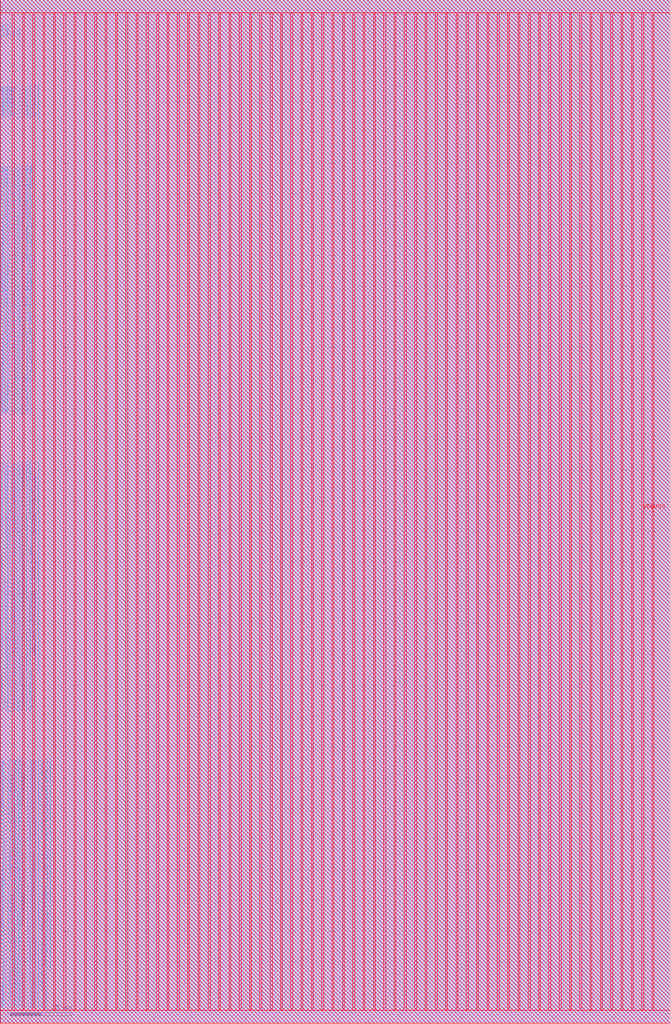
<source format=lef>
VERSION 5.7 ;
BUSBITCHARS "[]" ;
MACRO fakeram45_256x64
  FOREIGN fakeram45_256x64 0 0 ;
  SYMMETRY X Y ;
  SIZE 109.060 BY 166.600 ;
  CLASS BLOCK ;
  PIN w_mask_in[0]
    DIRECTION INPUT ;
    USE SIGNAL ;
    SHAPE ABUTMENT ;
    PORT
      LAYER metal3 ;
      RECT 0.000 2.065 0.070 2.135 ;
    END
  END w_mask_in[0]
  PIN w_mask_in[1]
    DIRECTION INPUT ;
    USE SIGNAL ;
    SHAPE ABUTMENT ;
    PORT
      LAYER metal3 ;
      RECT 0.000 2.695 0.070 2.765 ;
    END
  END w_mask_in[1]
  PIN w_mask_in[2]
    DIRECTION INPUT ;
    USE SIGNAL ;
    SHAPE ABUTMENT ;
    PORT
      LAYER metal3 ;
      RECT 0.000 3.325 0.070 3.395 ;
    END
  END w_mask_in[2]
  PIN w_mask_in[3]
    DIRECTION INPUT ;
    USE SIGNAL ;
    SHAPE ABUTMENT ;
    PORT
      LAYER metal3 ;
      RECT 0.000 3.955 0.070 4.025 ;
    END
  END w_mask_in[3]
  PIN w_mask_in[4]
    DIRECTION INPUT ;
    USE SIGNAL ;
    SHAPE ABUTMENT ;
    PORT
      LAYER metal3 ;
      RECT 0.000 4.585 0.070 4.655 ;
    END
  END w_mask_in[4]
  PIN w_mask_in[5]
    DIRECTION INPUT ;
    USE SIGNAL ;
    SHAPE ABUTMENT ;
    PORT
      LAYER metal3 ;
      RECT 0.000 5.215 0.070 5.285 ;
    END
  END w_mask_in[5]
  PIN w_mask_in[6]
    DIRECTION INPUT ;
    USE SIGNAL ;
    SHAPE ABUTMENT ;
    PORT
      LAYER metal3 ;
      RECT 0.000 5.845 0.070 5.915 ;
    END
  END w_mask_in[6]
  PIN w_mask_in[7]
    DIRECTION INPUT ;
    USE SIGNAL ;
    SHAPE ABUTMENT ;
    PORT
      LAYER metal3 ;
      RECT 0.000 6.475 0.070 6.545 ;
    END
  END w_mask_in[7]
  PIN w_mask_in[8]
    DIRECTION INPUT ;
    USE SIGNAL ;
    SHAPE ABUTMENT ;
    PORT
      LAYER metal3 ;
      RECT 0.000 7.105 0.070 7.175 ;
    END
  END w_mask_in[8]
  PIN w_mask_in[9]
    DIRECTION INPUT ;
    USE SIGNAL ;
    SHAPE ABUTMENT ;
    PORT
      LAYER metal3 ;
      RECT 0.000 7.735 0.070 7.805 ;
    END
  END w_mask_in[9]
  PIN w_mask_in[10]
    DIRECTION INPUT ;
    USE SIGNAL ;
    SHAPE ABUTMENT ;
    PORT
      LAYER metal3 ;
      RECT 0.000 8.365 0.070 8.435 ;
    END
  END w_mask_in[10]
  PIN w_mask_in[11]
    DIRECTION INPUT ;
    USE SIGNAL ;
    SHAPE ABUTMENT ;
    PORT
      LAYER metal3 ;
      RECT 0.000 8.995 0.070 9.065 ;
    END
  END w_mask_in[11]
  PIN w_mask_in[12]
    DIRECTION INPUT ;
    USE SIGNAL ;
    SHAPE ABUTMENT ;
    PORT
      LAYER metal3 ;
      RECT 0.000 9.625 0.070 9.695 ;
    END
  END w_mask_in[12]
  PIN w_mask_in[13]
    DIRECTION INPUT ;
    USE SIGNAL ;
    SHAPE ABUTMENT ;
    PORT
      LAYER metal3 ;
      RECT 0.000 10.255 0.070 10.325 ;
    END
  END w_mask_in[13]
  PIN w_mask_in[14]
    DIRECTION INPUT ;
    USE SIGNAL ;
    SHAPE ABUTMENT ;
    PORT
      LAYER metal3 ;
      RECT 0.000 10.885 0.070 10.955 ;
    END
  END w_mask_in[14]
  PIN w_mask_in[15]
    DIRECTION INPUT ;
    USE SIGNAL ;
    SHAPE ABUTMENT ;
    PORT
      LAYER metal3 ;
      RECT 0.000 11.515 0.070 11.585 ;
    END
  END w_mask_in[15]
  PIN w_mask_in[16]
    DIRECTION INPUT ;
    USE SIGNAL ;
    SHAPE ABUTMENT ;
    PORT
      LAYER metal3 ;
      RECT 0.000 12.145 0.070 12.215 ;
    END
  END w_mask_in[16]
  PIN w_mask_in[17]
    DIRECTION INPUT ;
    USE SIGNAL ;
    SHAPE ABUTMENT ;
    PORT
      LAYER metal3 ;
      RECT 0.000 12.775 0.070 12.845 ;
    END
  END w_mask_in[17]
  PIN w_mask_in[18]
    DIRECTION INPUT ;
    USE SIGNAL ;
    SHAPE ABUTMENT ;
    PORT
      LAYER metal3 ;
      RECT 0.000 13.405 0.070 13.475 ;
    END
  END w_mask_in[18]
  PIN w_mask_in[19]
    DIRECTION INPUT ;
    USE SIGNAL ;
    SHAPE ABUTMENT ;
    PORT
      LAYER metal3 ;
      RECT 0.000 14.035 0.070 14.105 ;
    END
  END w_mask_in[19]
  PIN w_mask_in[20]
    DIRECTION INPUT ;
    USE SIGNAL ;
    SHAPE ABUTMENT ;
    PORT
      LAYER metal3 ;
      RECT 0.000 14.665 0.070 14.735 ;
    END
  END w_mask_in[20]
  PIN w_mask_in[21]
    DIRECTION INPUT ;
    USE SIGNAL ;
    SHAPE ABUTMENT ;
    PORT
      LAYER metal3 ;
      RECT 0.000 15.295 0.070 15.365 ;
    END
  END w_mask_in[21]
  PIN w_mask_in[22]
    DIRECTION INPUT ;
    USE SIGNAL ;
    SHAPE ABUTMENT ;
    PORT
      LAYER metal3 ;
      RECT 0.000 15.925 0.070 15.995 ;
    END
  END w_mask_in[22]
  PIN w_mask_in[23]
    DIRECTION INPUT ;
    USE SIGNAL ;
    SHAPE ABUTMENT ;
    PORT
      LAYER metal3 ;
      RECT 0.000 16.555 0.070 16.625 ;
    END
  END w_mask_in[23]
  PIN w_mask_in[24]
    DIRECTION INPUT ;
    USE SIGNAL ;
    SHAPE ABUTMENT ;
    PORT
      LAYER metal3 ;
      RECT 0.000 17.185 0.070 17.255 ;
    END
  END w_mask_in[24]
  PIN w_mask_in[25]
    DIRECTION INPUT ;
    USE SIGNAL ;
    SHAPE ABUTMENT ;
    PORT
      LAYER metal3 ;
      RECT 0.000 17.815 0.070 17.885 ;
    END
  END w_mask_in[25]
  PIN w_mask_in[26]
    DIRECTION INPUT ;
    USE SIGNAL ;
    SHAPE ABUTMENT ;
    PORT
      LAYER metal3 ;
      RECT 0.000 18.445 0.070 18.515 ;
    END
  END w_mask_in[26]
  PIN w_mask_in[27]
    DIRECTION INPUT ;
    USE SIGNAL ;
    SHAPE ABUTMENT ;
    PORT
      LAYER metal3 ;
      RECT 0.000 19.075 0.070 19.145 ;
    END
  END w_mask_in[27]
  PIN w_mask_in[28]
    DIRECTION INPUT ;
    USE SIGNAL ;
    SHAPE ABUTMENT ;
    PORT
      LAYER metal3 ;
      RECT 0.000 19.705 0.070 19.775 ;
    END
  END w_mask_in[28]
  PIN w_mask_in[29]
    DIRECTION INPUT ;
    USE SIGNAL ;
    SHAPE ABUTMENT ;
    PORT
      LAYER metal3 ;
      RECT 0.000 20.335 0.070 20.405 ;
    END
  END w_mask_in[29]
  PIN w_mask_in[30]
    DIRECTION INPUT ;
    USE SIGNAL ;
    SHAPE ABUTMENT ;
    PORT
      LAYER metal3 ;
      RECT 0.000 20.965 0.070 21.035 ;
    END
  END w_mask_in[30]
  PIN w_mask_in[31]
    DIRECTION INPUT ;
    USE SIGNAL ;
    SHAPE ABUTMENT ;
    PORT
      LAYER metal3 ;
      RECT 0.000 21.595 0.070 21.665 ;
    END
  END w_mask_in[31]
  PIN w_mask_in[32]
    DIRECTION INPUT ;
    USE SIGNAL ;
    SHAPE ABUTMENT ;
    PORT
      LAYER metal3 ;
      RECT 0.000 22.225 0.070 22.295 ;
    END
  END w_mask_in[32]
  PIN w_mask_in[33]
    DIRECTION INPUT ;
    USE SIGNAL ;
    SHAPE ABUTMENT ;
    PORT
      LAYER metal3 ;
      RECT 0.000 22.855 0.070 22.925 ;
    END
  END w_mask_in[33]
  PIN w_mask_in[34]
    DIRECTION INPUT ;
    USE SIGNAL ;
    SHAPE ABUTMENT ;
    PORT
      LAYER metal3 ;
      RECT 0.000 23.485 0.070 23.555 ;
    END
  END w_mask_in[34]
  PIN w_mask_in[35]
    DIRECTION INPUT ;
    USE SIGNAL ;
    SHAPE ABUTMENT ;
    PORT
      LAYER metal3 ;
      RECT 0.000 24.115 0.070 24.185 ;
    END
  END w_mask_in[35]
  PIN w_mask_in[36]
    DIRECTION INPUT ;
    USE SIGNAL ;
    SHAPE ABUTMENT ;
    PORT
      LAYER metal3 ;
      RECT 0.000 24.745 0.070 24.815 ;
    END
  END w_mask_in[36]
  PIN w_mask_in[37]
    DIRECTION INPUT ;
    USE SIGNAL ;
    SHAPE ABUTMENT ;
    PORT
      LAYER metal3 ;
      RECT 0.000 25.375 0.070 25.445 ;
    END
  END w_mask_in[37]
  PIN w_mask_in[38]
    DIRECTION INPUT ;
    USE SIGNAL ;
    SHAPE ABUTMENT ;
    PORT
      LAYER metal3 ;
      RECT 0.000 26.005 0.070 26.075 ;
    END
  END w_mask_in[38]
  PIN w_mask_in[39]
    DIRECTION INPUT ;
    USE SIGNAL ;
    SHAPE ABUTMENT ;
    PORT
      LAYER metal3 ;
      RECT 0.000 26.635 0.070 26.705 ;
    END
  END w_mask_in[39]
  PIN w_mask_in[40]
    DIRECTION INPUT ;
    USE SIGNAL ;
    SHAPE ABUTMENT ;
    PORT
      LAYER metal3 ;
      RECT 0.000 27.265 0.070 27.335 ;
    END
  END w_mask_in[40]
  PIN w_mask_in[41]
    DIRECTION INPUT ;
    USE SIGNAL ;
    SHAPE ABUTMENT ;
    PORT
      LAYER metal3 ;
      RECT 0.000 27.895 0.070 27.965 ;
    END
  END w_mask_in[41]
  PIN w_mask_in[42]
    DIRECTION INPUT ;
    USE SIGNAL ;
    SHAPE ABUTMENT ;
    PORT
      LAYER metal3 ;
      RECT 0.000 28.525 0.070 28.595 ;
    END
  END w_mask_in[42]
  PIN w_mask_in[43]
    DIRECTION INPUT ;
    USE SIGNAL ;
    SHAPE ABUTMENT ;
    PORT
      LAYER metal3 ;
      RECT 0.000 29.155 0.070 29.225 ;
    END
  END w_mask_in[43]
  PIN w_mask_in[44]
    DIRECTION INPUT ;
    USE SIGNAL ;
    SHAPE ABUTMENT ;
    PORT
      LAYER metal3 ;
      RECT 0.000 29.785 0.070 29.855 ;
    END
  END w_mask_in[44]
  PIN w_mask_in[45]
    DIRECTION INPUT ;
    USE SIGNAL ;
    SHAPE ABUTMENT ;
    PORT
      LAYER metal3 ;
      RECT 0.000 30.415 0.070 30.485 ;
    END
  END w_mask_in[45]
  PIN w_mask_in[46]
    DIRECTION INPUT ;
    USE SIGNAL ;
    SHAPE ABUTMENT ;
    PORT
      LAYER metal3 ;
      RECT 0.000 31.045 0.070 31.115 ;
    END
  END w_mask_in[46]
  PIN w_mask_in[47]
    DIRECTION INPUT ;
    USE SIGNAL ;
    SHAPE ABUTMENT ;
    PORT
      LAYER metal3 ;
      RECT 0.000 31.675 0.070 31.745 ;
    END
  END w_mask_in[47]
  PIN w_mask_in[48]
    DIRECTION INPUT ;
    USE SIGNAL ;
    SHAPE ABUTMENT ;
    PORT
      LAYER metal3 ;
      RECT 0.000 32.305 0.070 32.375 ;
    END
  END w_mask_in[48]
  PIN w_mask_in[49]
    DIRECTION INPUT ;
    USE SIGNAL ;
    SHAPE ABUTMENT ;
    PORT
      LAYER metal3 ;
      RECT 0.000 32.935 0.070 33.005 ;
    END
  END w_mask_in[49]
  PIN w_mask_in[50]
    DIRECTION INPUT ;
    USE SIGNAL ;
    SHAPE ABUTMENT ;
    PORT
      LAYER metal3 ;
      RECT 0.000 33.565 0.070 33.635 ;
    END
  END w_mask_in[50]
  PIN w_mask_in[51]
    DIRECTION INPUT ;
    USE SIGNAL ;
    SHAPE ABUTMENT ;
    PORT
      LAYER metal3 ;
      RECT 0.000 34.195 0.070 34.265 ;
    END
  END w_mask_in[51]
  PIN w_mask_in[52]
    DIRECTION INPUT ;
    USE SIGNAL ;
    SHAPE ABUTMENT ;
    PORT
      LAYER metal3 ;
      RECT 0.000 34.825 0.070 34.895 ;
    END
  END w_mask_in[52]
  PIN w_mask_in[53]
    DIRECTION INPUT ;
    USE SIGNAL ;
    SHAPE ABUTMENT ;
    PORT
      LAYER metal3 ;
      RECT 0.000 35.455 0.070 35.525 ;
    END
  END w_mask_in[53]
  PIN w_mask_in[54]
    DIRECTION INPUT ;
    USE SIGNAL ;
    SHAPE ABUTMENT ;
    PORT
      LAYER metal3 ;
      RECT 0.000 36.085 0.070 36.155 ;
    END
  END w_mask_in[54]
  PIN w_mask_in[55]
    DIRECTION INPUT ;
    USE SIGNAL ;
    SHAPE ABUTMENT ;
    PORT
      LAYER metal3 ;
      RECT 0.000 36.715 0.070 36.785 ;
    END
  END w_mask_in[55]
  PIN w_mask_in[56]
    DIRECTION INPUT ;
    USE SIGNAL ;
    SHAPE ABUTMENT ;
    PORT
      LAYER metal3 ;
      RECT 0.000 37.345 0.070 37.415 ;
    END
  END w_mask_in[56]
  PIN w_mask_in[57]
    DIRECTION INPUT ;
    USE SIGNAL ;
    SHAPE ABUTMENT ;
    PORT
      LAYER metal3 ;
      RECT 0.000 37.975 0.070 38.045 ;
    END
  END w_mask_in[57]
  PIN w_mask_in[58]
    DIRECTION INPUT ;
    USE SIGNAL ;
    SHAPE ABUTMENT ;
    PORT
      LAYER metal3 ;
      RECT 0.000 38.605 0.070 38.675 ;
    END
  END w_mask_in[58]
  PIN w_mask_in[59]
    DIRECTION INPUT ;
    USE SIGNAL ;
    SHAPE ABUTMENT ;
    PORT
      LAYER metal3 ;
      RECT 0.000 39.235 0.070 39.305 ;
    END
  END w_mask_in[59]
  PIN w_mask_in[60]
    DIRECTION INPUT ;
    USE SIGNAL ;
    SHAPE ABUTMENT ;
    PORT
      LAYER metal3 ;
      RECT 0.000 39.865 0.070 39.935 ;
    END
  END w_mask_in[60]
  PIN w_mask_in[61]
    DIRECTION INPUT ;
    USE SIGNAL ;
    SHAPE ABUTMENT ;
    PORT
      LAYER metal3 ;
      RECT 0.000 40.495 0.070 40.565 ;
    END
  END w_mask_in[61]
  PIN w_mask_in[62]
    DIRECTION INPUT ;
    USE SIGNAL ;
    SHAPE ABUTMENT ;
    PORT
      LAYER metal3 ;
      RECT 0.000 41.125 0.070 41.195 ;
    END
  END w_mask_in[62]
  PIN w_mask_in[63]
    DIRECTION INPUT ;
    USE SIGNAL ;
    SHAPE ABUTMENT ;
    PORT
      LAYER metal3 ;
      RECT 0.000 41.755 0.070 41.825 ;
    END
  END w_mask_in[63]
  PIN rd_out[0]
    DIRECTION OUTPUT ;
    USE SIGNAL ;
    SHAPE ABUTMENT ;
    PORT
      LAYER metal3 ;
      RECT 0.000 50.365 0.070 50.435 ;
    END
  END rd_out[0]
  PIN rd_out[1]
    DIRECTION OUTPUT ;
    USE SIGNAL ;
    SHAPE ABUTMENT ;
    PORT
      LAYER metal3 ;
      RECT 0.000 50.995 0.070 51.065 ;
    END
  END rd_out[1]
  PIN rd_out[2]
    DIRECTION OUTPUT ;
    USE SIGNAL ;
    SHAPE ABUTMENT ;
    PORT
      LAYER metal3 ;
      RECT 0.000 51.625 0.070 51.695 ;
    END
  END rd_out[2]
  PIN rd_out[3]
    DIRECTION OUTPUT ;
    USE SIGNAL ;
    SHAPE ABUTMENT ;
    PORT
      LAYER metal3 ;
      RECT 0.000 52.255 0.070 52.325 ;
    END
  END rd_out[3]
  PIN rd_out[4]
    DIRECTION OUTPUT ;
    USE SIGNAL ;
    SHAPE ABUTMENT ;
    PORT
      LAYER metal3 ;
      RECT 0.000 52.885 0.070 52.955 ;
    END
  END rd_out[4]
  PIN rd_out[5]
    DIRECTION OUTPUT ;
    USE SIGNAL ;
    SHAPE ABUTMENT ;
    PORT
      LAYER metal3 ;
      RECT 0.000 53.515 0.070 53.585 ;
    END
  END rd_out[5]
  PIN rd_out[6]
    DIRECTION OUTPUT ;
    USE SIGNAL ;
    SHAPE ABUTMENT ;
    PORT
      LAYER metal3 ;
      RECT 0.000 54.145 0.070 54.215 ;
    END
  END rd_out[6]
  PIN rd_out[7]
    DIRECTION OUTPUT ;
    USE SIGNAL ;
    SHAPE ABUTMENT ;
    PORT
      LAYER metal3 ;
      RECT 0.000 54.775 0.070 54.845 ;
    END
  END rd_out[7]
  PIN rd_out[8]
    DIRECTION OUTPUT ;
    USE SIGNAL ;
    SHAPE ABUTMENT ;
    PORT
      LAYER metal3 ;
      RECT 0.000 55.405 0.070 55.475 ;
    END
  END rd_out[8]
  PIN rd_out[9]
    DIRECTION OUTPUT ;
    USE SIGNAL ;
    SHAPE ABUTMENT ;
    PORT
      LAYER metal3 ;
      RECT 0.000 56.035 0.070 56.105 ;
    END
  END rd_out[9]
  PIN rd_out[10]
    DIRECTION OUTPUT ;
    USE SIGNAL ;
    SHAPE ABUTMENT ;
    PORT
      LAYER metal3 ;
      RECT 0.000 56.665 0.070 56.735 ;
    END
  END rd_out[10]
  PIN rd_out[11]
    DIRECTION OUTPUT ;
    USE SIGNAL ;
    SHAPE ABUTMENT ;
    PORT
      LAYER metal3 ;
      RECT 0.000 57.295 0.070 57.365 ;
    END
  END rd_out[11]
  PIN rd_out[12]
    DIRECTION OUTPUT ;
    USE SIGNAL ;
    SHAPE ABUTMENT ;
    PORT
      LAYER metal3 ;
      RECT 0.000 57.925 0.070 57.995 ;
    END
  END rd_out[12]
  PIN rd_out[13]
    DIRECTION OUTPUT ;
    USE SIGNAL ;
    SHAPE ABUTMENT ;
    PORT
      LAYER metal3 ;
      RECT 0.000 58.555 0.070 58.625 ;
    END
  END rd_out[13]
  PIN rd_out[14]
    DIRECTION OUTPUT ;
    USE SIGNAL ;
    SHAPE ABUTMENT ;
    PORT
      LAYER metal3 ;
      RECT 0.000 59.185 0.070 59.255 ;
    END
  END rd_out[14]
  PIN rd_out[15]
    DIRECTION OUTPUT ;
    USE SIGNAL ;
    SHAPE ABUTMENT ;
    PORT
      LAYER metal3 ;
      RECT 0.000 59.815 0.070 59.885 ;
    END
  END rd_out[15]
  PIN rd_out[16]
    DIRECTION OUTPUT ;
    USE SIGNAL ;
    SHAPE ABUTMENT ;
    PORT
      LAYER metal3 ;
      RECT 0.000 60.445 0.070 60.515 ;
    END
  END rd_out[16]
  PIN rd_out[17]
    DIRECTION OUTPUT ;
    USE SIGNAL ;
    SHAPE ABUTMENT ;
    PORT
      LAYER metal3 ;
      RECT 0.000 61.075 0.070 61.145 ;
    END
  END rd_out[17]
  PIN rd_out[18]
    DIRECTION OUTPUT ;
    USE SIGNAL ;
    SHAPE ABUTMENT ;
    PORT
      LAYER metal3 ;
      RECT 0.000 61.705 0.070 61.775 ;
    END
  END rd_out[18]
  PIN rd_out[19]
    DIRECTION OUTPUT ;
    USE SIGNAL ;
    SHAPE ABUTMENT ;
    PORT
      LAYER metal3 ;
      RECT 0.000 62.335 0.070 62.405 ;
    END
  END rd_out[19]
  PIN rd_out[20]
    DIRECTION OUTPUT ;
    USE SIGNAL ;
    SHAPE ABUTMENT ;
    PORT
      LAYER metal3 ;
      RECT 0.000 62.965 0.070 63.035 ;
    END
  END rd_out[20]
  PIN rd_out[21]
    DIRECTION OUTPUT ;
    USE SIGNAL ;
    SHAPE ABUTMENT ;
    PORT
      LAYER metal3 ;
      RECT 0.000 63.595 0.070 63.665 ;
    END
  END rd_out[21]
  PIN rd_out[22]
    DIRECTION OUTPUT ;
    USE SIGNAL ;
    SHAPE ABUTMENT ;
    PORT
      LAYER metal3 ;
      RECT 0.000 64.225 0.070 64.295 ;
    END
  END rd_out[22]
  PIN rd_out[23]
    DIRECTION OUTPUT ;
    USE SIGNAL ;
    SHAPE ABUTMENT ;
    PORT
      LAYER metal3 ;
      RECT 0.000 64.855 0.070 64.925 ;
    END
  END rd_out[23]
  PIN rd_out[24]
    DIRECTION OUTPUT ;
    USE SIGNAL ;
    SHAPE ABUTMENT ;
    PORT
      LAYER metal3 ;
      RECT 0.000 65.485 0.070 65.555 ;
    END
  END rd_out[24]
  PIN rd_out[25]
    DIRECTION OUTPUT ;
    USE SIGNAL ;
    SHAPE ABUTMENT ;
    PORT
      LAYER metal3 ;
      RECT 0.000 66.115 0.070 66.185 ;
    END
  END rd_out[25]
  PIN rd_out[26]
    DIRECTION OUTPUT ;
    USE SIGNAL ;
    SHAPE ABUTMENT ;
    PORT
      LAYER metal3 ;
      RECT 0.000 66.745 0.070 66.815 ;
    END
  END rd_out[26]
  PIN rd_out[27]
    DIRECTION OUTPUT ;
    USE SIGNAL ;
    SHAPE ABUTMENT ;
    PORT
      LAYER metal3 ;
      RECT 0.000 67.375 0.070 67.445 ;
    END
  END rd_out[27]
  PIN rd_out[28]
    DIRECTION OUTPUT ;
    USE SIGNAL ;
    SHAPE ABUTMENT ;
    PORT
      LAYER metal3 ;
      RECT 0.000 68.005 0.070 68.075 ;
    END
  END rd_out[28]
  PIN rd_out[29]
    DIRECTION OUTPUT ;
    USE SIGNAL ;
    SHAPE ABUTMENT ;
    PORT
      LAYER metal3 ;
      RECT 0.000 68.635 0.070 68.705 ;
    END
  END rd_out[29]
  PIN rd_out[30]
    DIRECTION OUTPUT ;
    USE SIGNAL ;
    SHAPE ABUTMENT ;
    PORT
      LAYER metal3 ;
      RECT 0.000 69.265 0.070 69.335 ;
    END
  END rd_out[30]
  PIN rd_out[31]
    DIRECTION OUTPUT ;
    USE SIGNAL ;
    SHAPE ABUTMENT ;
    PORT
      LAYER metal3 ;
      RECT 0.000 69.895 0.070 69.965 ;
    END
  END rd_out[31]
  PIN rd_out[32]
    DIRECTION OUTPUT ;
    USE SIGNAL ;
    SHAPE ABUTMENT ;
    PORT
      LAYER metal3 ;
      RECT 0.000 70.525 0.070 70.595 ;
    END
  END rd_out[32]
  PIN rd_out[33]
    DIRECTION OUTPUT ;
    USE SIGNAL ;
    SHAPE ABUTMENT ;
    PORT
      LAYER metal3 ;
      RECT 0.000 71.155 0.070 71.225 ;
    END
  END rd_out[33]
  PIN rd_out[34]
    DIRECTION OUTPUT ;
    USE SIGNAL ;
    SHAPE ABUTMENT ;
    PORT
      LAYER metal3 ;
      RECT 0.000 71.785 0.070 71.855 ;
    END
  END rd_out[34]
  PIN rd_out[35]
    DIRECTION OUTPUT ;
    USE SIGNAL ;
    SHAPE ABUTMENT ;
    PORT
      LAYER metal3 ;
      RECT 0.000 72.415 0.070 72.485 ;
    END
  END rd_out[35]
  PIN rd_out[36]
    DIRECTION OUTPUT ;
    USE SIGNAL ;
    SHAPE ABUTMENT ;
    PORT
      LAYER metal3 ;
      RECT 0.000 73.045 0.070 73.115 ;
    END
  END rd_out[36]
  PIN rd_out[37]
    DIRECTION OUTPUT ;
    USE SIGNAL ;
    SHAPE ABUTMENT ;
    PORT
      LAYER metal3 ;
      RECT 0.000 73.675 0.070 73.745 ;
    END
  END rd_out[37]
  PIN rd_out[38]
    DIRECTION OUTPUT ;
    USE SIGNAL ;
    SHAPE ABUTMENT ;
    PORT
      LAYER metal3 ;
      RECT 0.000 74.305 0.070 74.375 ;
    END
  END rd_out[38]
  PIN rd_out[39]
    DIRECTION OUTPUT ;
    USE SIGNAL ;
    SHAPE ABUTMENT ;
    PORT
      LAYER metal3 ;
      RECT 0.000 74.935 0.070 75.005 ;
    END
  END rd_out[39]
  PIN rd_out[40]
    DIRECTION OUTPUT ;
    USE SIGNAL ;
    SHAPE ABUTMENT ;
    PORT
      LAYER metal3 ;
      RECT 0.000 75.565 0.070 75.635 ;
    END
  END rd_out[40]
  PIN rd_out[41]
    DIRECTION OUTPUT ;
    USE SIGNAL ;
    SHAPE ABUTMENT ;
    PORT
      LAYER metal3 ;
      RECT 0.000 76.195 0.070 76.265 ;
    END
  END rd_out[41]
  PIN rd_out[42]
    DIRECTION OUTPUT ;
    USE SIGNAL ;
    SHAPE ABUTMENT ;
    PORT
      LAYER metal3 ;
      RECT 0.000 76.825 0.070 76.895 ;
    END
  END rd_out[42]
  PIN rd_out[43]
    DIRECTION OUTPUT ;
    USE SIGNAL ;
    SHAPE ABUTMENT ;
    PORT
      LAYER metal3 ;
      RECT 0.000 77.455 0.070 77.525 ;
    END
  END rd_out[43]
  PIN rd_out[44]
    DIRECTION OUTPUT ;
    USE SIGNAL ;
    SHAPE ABUTMENT ;
    PORT
      LAYER metal3 ;
      RECT 0.000 78.085 0.070 78.155 ;
    END
  END rd_out[44]
  PIN rd_out[45]
    DIRECTION OUTPUT ;
    USE SIGNAL ;
    SHAPE ABUTMENT ;
    PORT
      LAYER metal3 ;
      RECT 0.000 78.715 0.070 78.785 ;
    END
  END rd_out[45]
  PIN rd_out[46]
    DIRECTION OUTPUT ;
    USE SIGNAL ;
    SHAPE ABUTMENT ;
    PORT
      LAYER metal3 ;
      RECT 0.000 79.345 0.070 79.415 ;
    END
  END rd_out[46]
  PIN rd_out[47]
    DIRECTION OUTPUT ;
    USE SIGNAL ;
    SHAPE ABUTMENT ;
    PORT
      LAYER metal3 ;
      RECT 0.000 79.975 0.070 80.045 ;
    END
  END rd_out[47]
  PIN rd_out[48]
    DIRECTION OUTPUT ;
    USE SIGNAL ;
    SHAPE ABUTMENT ;
    PORT
      LAYER metal3 ;
      RECT 0.000 80.605 0.070 80.675 ;
    END
  END rd_out[48]
  PIN rd_out[49]
    DIRECTION OUTPUT ;
    USE SIGNAL ;
    SHAPE ABUTMENT ;
    PORT
      LAYER metal3 ;
      RECT 0.000 81.235 0.070 81.305 ;
    END
  END rd_out[49]
  PIN rd_out[50]
    DIRECTION OUTPUT ;
    USE SIGNAL ;
    SHAPE ABUTMENT ;
    PORT
      LAYER metal3 ;
      RECT 0.000 81.865 0.070 81.935 ;
    END
  END rd_out[50]
  PIN rd_out[51]
    DIRECTION OUTPUT ;
    USE SIGNAL ;
    SHAPE ABUTMENT ;
    PORT
      LAYER metal3 ;
      RECT 0.000 82.495 0.070 82.565 ;
    END
  END rd_out[51]
  PIN rd_out[52]
    DIRECTION OUTPUT ;
    USE SIGNAL ;
    SHAPE ABUTMENT ;
    PORT
      LAYER metal3 ;
      RECT 0.000 83.125 0.070 83.195 ;
    END
  END rd_out[52]
  PIN rd_out[53]
    DIRECTION OUTPUT ;
    USE SIGNAL ;
    SHAPE ABUTMENT ;
    PORT
      LAYER metal3 ;
      RECT 0.000 83.755 0.070 83.825 ;
    END
  END rd_out[53]
  PIN rd_out[54]
    DIRECTION OUTPUT ;
    USE SIGNAL ;
    SHAPE ABUTMENT ;
    PORT
      LAYER metal3 ;
      RECT 0.000 84.385 0.070 84.455 ;
    END
  END rd_out[54]
  PIN rd_out[55]
    DIRECTION OUTPUT ;
    USE SIGNAL ;
    SHAPE ABUTMENT ;
    PORT
      LAYER metal3 ;
      RECT 0.000 85.015 0.070 85.085 ;
    END
  END rd_out[55]
  PIN rd_out[56]
    DIRECTION OUTPUT ;
    USE SIGNAL ;
    SHAPE ABUTMENT ;
    PORT
      LAYER metal3 ;
      RECT 0.000 85.645 0.070 85.715 ;
    END
  END rd_out[56]
  PIN rd_out[57]
    DIRECTION OUTPUT ;
    USE SIGNAL ;
    SHAPE ABUTMENT ;
    PORT
      LAYER metal3 ;
      RECT 0.000 86.275 0.070 86.345 ;
    END
  END rd_out[57]
  PIN rd_out[58]
    DIRECTION OUTPUT ;
    USE SIGNAL ;
    SHAPE ABUTMENT ;
    PORT
      LAYER metal3 ;
      RECT 0.000 86.905 0.070 86.975 ;
    END
  END rd_out[58]
  PIN rd_out[59]
    DIRECTION OUTPUT ;
    USE SIGNAL ;
    SHAPE ABUTMENT ;
    PORT
      LAYER metal3 ;
      RECT 0.000 87.535 0.070 87.605 ;
    END
  END rd_out[59]
  PIN rd_out[60]
    DIRECTION OUTPUT ;
    USE SIGNAL ;
    SHAPE ABUTMENT ;
    PORT
      LAYER metal3 ;
      RECT 0.000 88.165 0.070 88.235 ;
    END
  END rd_out[60]
  PIN rd_out[61]
    DIRECTION OUTPUT ;
    USE SIGNAL ;
    SHAPE ABUTMENT ;
    PORT
      LAYER metal3 ;
      RECT 0.000 88.795 0.070 88.865 ;
    END
  END rd_out[61]
  PIN rd_out[62]
    DIRECTION OUTPUT ;
    USE SIGNAL ;
    SHAPE ABUTMENT ;
    PORT
      LAYER metal3 ;
      RECT 0.000 89.425 0.070 89.495 ;
    END
  END rd_out[62]
  PIN rd_out[63]
    DIRECTION OUTPUT ;
    USE SIGNAL ;
    SHAPE ABUTMENT ;
    PORT
      LAYER metal3 ;
      RECT 0.000 90.055 0.070 90.125 ;
    END
  END rd_out[63]
  PIN wd_in[0]
    DIRECTION INPUT ;
    USE SIGNAL ;
    SHAPE ABUTMENT ;
    PORT
      LAYER metal3 ;
      RECT 0.000 98.665 0.070 98.735 ;
    END
  END wd_in[0]
  PIN wd_in[1]
    DIRECTION INPUT ;
    USE SIGNAL ;
    SHAPE ABUTMENT ;
    PORT
      LAYER metal3 ;
      RECT 0.000 99.295 0.070 99.365 ;
    END
  END wd_in[1]
  PIN wd_in[2]
    DIRECTION INPUT ;
    USE SIGNAL ;
    SHAPE ABUTMENT ;
    PORT
      LAYER metal3 ;
      RECT 0.000 99.925 0.070 99.995 ;
    END
  END wd_in[2]
  PIN wd_in[3]
    DIRECTION INPUT ;
    USE SIGNAL ;
    SHAPE ABUTMENT ;
    PORT
      LAYER metal3 ;
      RECT 0.000 100.555 0.070 100.625 ;
    END
  END wd_in[3]
  PIN wd_in[4]
    DIRECTION INPUT ;
    USE SIGNAL ;
    SHAPE ABUTMENT ;
    PORT
      LAYER metal3 ;
      RECT 0.000 101.185 0.070 101.255 ;
    END
  END wd_in[4]
  PIN wd_in[5]
    DIRECTION INPUT ;
    USE SIGNAL ;
    SHAPE ABUTMENT ;
    PORT
      LAYER metal3 ;
      RECT 0.000 101.815 0.070 101.885 ;
    END
  END wd_in[5]
  PIN wd_in[6]
    DIRECTION INPUT ;
    USE SIGNAL ;
    SHAPE ABUTMENT ;
    PORT
      LAYER metal3 ;
      RECT 0.000 102.445 0.070 102.515 ;
    END
  END wd_in[6]
  PIN wd_in[7]
    DIRECTION INPUT ;
    USE SIGNAL ;
    SHAPE ABUTMENT ;
    PORT
      LAYER metal3 ;
      RECT 0.000 103.075 0.070 103.145 ;
    END
  END wd_in[7]
  PIN wd_in[8]
    DIRECTION INPUT ;
    USE SIGNAL ;
    SHAPE ABUTMENT ;
    PORT
      LAYER metal3 ;
      RECT 0.000 103.705 0.070 103.775 ;
    END
  END wd_in[8]
  PIN wd_in[9]
    DIRECTION INPUT ;
    USE SIGNAL ;
    SHAPE ABUTMENT ;
    PORT
      LAYER metal3 ;
      RECT 0.000 104.335 0.070 104.405 ;
    END
  END wd_in[9]
  PIN wd_in[10]
    DIRECTION INPUT ;
    USE SIGNAL ;
    SHAPE ABUTMENT ;
    PORT
      LAYER metal3 ;
      RECT 0.000 104.965 0.070 105.035 ;
    END
  END wd_in[10]
  PIN wd_in[11]
    DIRECTION INPUT ;
    USE SIGNAL ;
    SHAPE ABUTMENT ;
    PORT
      LAYER metal3 ;
      RECT 0.000 105.595 0.070 105.665 ;
    END
  END wd_in[11]
  PIN wd_in[12]
    DIRECTION INPUT ;
    USE SIGNAL ;
    SHAPE ABUTMENT ;
    PORT
      LAYER metal3 ;
      RECT 0.000 106.225 0.070 106.295 ;
    END
  END wd_in[12]
  PIN wd_in[13]
    DIRECTION INPUT ;
    USE SIGNAL ;
    SHAPE ABUTMENT ;
    PORT
      LAYER metal3 ;
      RECT 0.000 106.855 0.070 106.925 ;
    END
  END wd_in[13]
  PIN wd_in[14]
    DIRECTION INPUT ;
    USE SIGNAL ;
    SHAPE ABUTMENT ;
    PORT
      LAYER metal3 ;
      RECT 0.000 107.485 0.070 107.555 ;
    END
  END wd_in[14]
  PIN wd_in[15]
    DIRECTION INPUT ;
    USE SIGNAL ;
    SHAPE ABUTMENT ;
    PORT
      LAYER metal3 ;
      RECT 0.000 108.115 0.070 108.185 ;
    END
  END wd_in[15]
  PIN wd_in[16]
    DIRECTION INPUT ;
    USE SIGNAL ;
    SHAPE ABUTMENT ;
    PORT
      LAYER metal3 ;
      RECT 0.000 108.745 0.070 108.815 ;
    END
  END wd_in[16]
  PIN wd_in[17]
    DIRECTION INPUT ;
    USE SIGNAL ;
    SHAPE ABUTMENT ;
    PORT
      LAYER metal3 ;
      RECT 0.000 109.375 0.070 109.445 ;
    END
  END wd_in[17]
  PIN wd_in[18]
    DIRECTION INPUT ;
    USE SIGNAL ;
    SHAPE ABUTMENT ;
    PORT
      LAYER metal3 ;
      RECT 0.000 110.005 0.070 110.075 ;
    END
  END wd_in[18]
  PIN wd_in[19]
    DIRECTION INPUT ;
    USE SIGNAL ;
    SHAPE ABUTMENT ;
    PORT
      LAYER metal3 ;
      RECT 0.000 110.635 0.070 110.705 ;
    END
  END wd_in[19]
  PIN wd_in[20]
    DIRECTION INPUT ;
    USE SIGNAL ;
    SHAPE ABUTMENT ;
    PORT
      LAYER metal3 ;
      RECT 0.000 111.265 0.070 111.335 ;
    END
  END wd_in[20]
  PIN wd_in[21]
    DIRECTION INPUT ;
    USE SIGNAL ;
    SHAPE ABUTMENT ;
    PORT
      LAYER metal3 ;
      RECT 0.000 111.895 0.070 111.965 ;
    END
  END wd_in[21]
  PIN wd_in[22]
    DIRECTION INPUT ;
    USE SIGNAL ;
    SHAPE ABUTMENT ;
    PORT
      LAYER metal3 ;
      RECT 0.000 112.525 0.070 112.595 ;
    END
  END wd_in[22]
  PIN wd_in[23]
    DIRECTION INPUT ;
    USE SIGNAL ;
    SHAPE ABUTMENT ;
    PORT
      LAYER metal3 ;
      RECT 0.000 113.155 0.070 113.225 ;
    END
  END wd_in[23]
  PIN wd_in[24]
    DIRECTION INPUT ;
    USE SIGNAL ;
    SHAPE ABUTMENT ;
    PORT
      LAYER metal3 ;
      RECT 0.000 113.785 0.070 113.855 ;
    END
  END wd_in[24]
  PIN wd_in[25]
    DIRECTION INPUT ;
    USE SIGNAL ;
    SHAPE ABUTMENT ;
    PORT
      LAYER metal3 ;
      RECT 0.000 114.415 0.070 114.485 ;
    END
  END wd_in[25]
  PIN wd_in[26]
    DIRECTION INPUT ;
    USE SIGNAL ;
    SHAPE ABUTMENT ;
    PORT
      LAYER metal3 ;
      RECT 0.000 115.045 0.070 115.115 ;
    END
  END wd_in[26]
  PIN wd_in[27]
    DIRECTION INPUT ;
    USE SIGNAL ;
    SHAPE ABUTMENT ;
    PORT
      LAYER metal3 ;
      RECT 0.000 115.675 0.070 115.745 ;
    END
  END wd_in[27]
  PIN wd_in[28]
    DIRECTION INPUT ;
    USE SIGNAL ;
    SHAPE ABUTMENT ;
    PORT
      LAYER metal3 ;
      RECT 0.000 116.305 0.070 116.375 ;
    END
  END wd_in[28]
  PIN wd_in[29]
    DIRECTION INPUT ;
    USE SIGNAL ;
    SHAPE ABUTMENT ;
    PORT
      LAYER metal3 ;
      RECT 0.000 116.935 0.070 117.005 ;
    END
  END wd_in[29]
  PIN wd_in[30]
    DIRECTION INPUT ;
    USE SIGNAL ;
    SHAPE ABUTMENT ;
    PORT
      LAYER metal3 ;
      RECT 0.000 117.565 0.070 117.635 ;
    END
  END wd_in[30]
  PIN wd_in[31]
    DIRECTION INPUT ;
    USE SIGNAL ;
    SHAPE ABUTMENT ;
    PORT
      LAYER metal3 ;
      RECT 0.000 118.195 0.070 118.265 ;
    END
  END wd_in[31]
  PIN wd_in[32]
    DIRECTION INPUT ;
    USE SIGNAL ;
    SHAPE ABUTMENT ;
    PORT
      LAYER metal3 ;
      RECT 0.000 118.825 0.070 118.895 ;
    END
  END wd_in[32]
  PIN wd_in[33]
    DIRECTION INPUT ;
    USE SIGNAL ;
    SHAPE ABUTMENT ;
    PORT
      LAYER metal3 ;
      RECT 0.000 119.455 0.070 119.525 ;
    END
  END wd_in[33]
  PIN wd_in[34]
    DIRECTION INPUT ;
    USE SIGNAL ;
    SHAPE ABUTMENT ;
    PORT
      LAYER metal3 ;
      RECT 0.000 120.085 0.070 120.155 ;
    END
  END wd_in[34]
  PIN wd_in[35]
    DIRECTION INPUT ;
    USE SIGNAL ;
    SHAPE ABUTMENT ;
    PORT
      LAYER metal3 ;
      RECT 0.000 120.715 0.070 120.785 ;
    END
  END wd_in[35]
  PIN wd_in[36]
    DIRECTION INPUT ;
    USE SIGNAL ;
    SHAPE ABUTMENT ;
    PORT
      LAYER metal3 ;
      RECT 0.000 121.345 0.070 121.415 ;
    END
  END wd_in[36]
  PIN wd_in[37]
    DIRECTION INPUT ;
    USE SIGNAL ;
    SHAPE ABUTMENT ;
    PORT
      LAYER metal3 ;
      RECT 0.000 121.975 0.070 122.045 ;
    END
  END wd_in[37]
  PIN wd_in[38]
    DIRECTION INPUT ;
    USE SIGNAL ;
    SHAPE ABUTMENT ;
    PORT
      LAYER metal3 ;
      RECT 0.000 122.605 0.070 122.675 ;
    END
  END wd_in[38]
  PIN wd_in[39]
    DIRECTION INPUT ;
    USE SIGNAL ;
    SHAPE ABUTMENT ;
    PORT
      LAYER metal3 ;
      RECT 0.000 123.235 0.070 123.305 ;
    END
  END wd_in[39]
  PIN wd_in[40]
    DIRECTION INPUT ;
    USE SIGNAL ;
    SHAPE ABUTMENT ;
    PORT
      LAYER metal3 ;
      RECT 0.000 123.865 0.070 123.935 ;
    END
  END wd_in[40]
  PIN wd_in[41]
    DIRECTION INPUT ;
    USE SIGNAL ;
    SHAPE ABUTMENT ;
    PORT
      LAYER metal3 ;
      RECT 0.000 124.495 0.070 124.565 ;
    END
  END wd_in[41]
  PIN wd_in[42]
    DIRECTION INPUT ;
    USE SIGNAL ;
    SHAPE ABUTMENT ;
    PORT
      LAYER metal3 ;
      RECT 0.000 125.125 0.070 125.195 ;
    END
  END wd_in[42]
  PIN wd_in[43]
    DIRECTION INPUT ;
    USE SIGNAL ;
    SHAPE ABUTMENT ;
    PORT
      LAYER metal3 ;
      RECT 0.000 125.755 0.070 125.825 ;
    END
  END wd_in[43]
  PIN wd_in[44]
    DIRECTION INPUT ;
    USE SIGNAL ;
    SHAPE ABUTMENT ;
    PORT
      LAYER metal3 ;
      RECT 0.000 126.385 0.070 126.455 ;
    END
  END wd_in[44]
  PIN wd_in[45]
    DIRECTION INPUT ;
    USE SIGNAL ;
    SHAPE ABUTMENT ;
    PORT
      LAYER metal3 ;
      RECT 0.000 127.015 0.070 127.085 ;
    END
  END wd_in[45]
  PIN wd_in[46]
    DIRECTION INPUT ;
    USE SIGNAL ;
    SHAPE ABUTMENT ;
    PORT
      LAYER metal3 ;
      RECT 0.000 127.645 0.070 127.715 ;
    END
  END wd_in[46]
  PIN wd_in[47]
    DIRECTION INPUT ;
    USE SIGNAL ;
    SHAPE ABUTMENT ;
    PORT
      LAYER metal3 ;
      RECT 0.000 128.275 0.070 128.345 ;
    END
  END wd_in[47]
  PIN wd_in[48]
    DIRECTION INPUT ;
    USE SIGNAL ;
    SHAPE ABUTMENT ;
    PORT
      LAYER metal3 ;
      RECT 0.000 128.905 0.070 128.975 ;
    END
  END wd_in[48]
  PIN wd_in[49]
    DIRECTION INPUT ;
    USE SIGNAL ;
    SHAPE ABUTMENT ;
    PORT
      LAYER metal3 ;
      RECT 0.000 129.535 0.070 129.605 ;
    END
  END wd_in[49]
  PIN wd_in[50]
    DIRECTION INPUT ;
    USE SIGNAL ;
    SHAPE ABUTMENT ;
    PORT
      LAYER metal3 ;
      RECT 0.000 130.165 0.070 130.235 ;
    END
  END wd_in[50]
  PIN wd_in[51]
    DIRECTION INPUT ;
    USE SIGNAL ;
    SHAPE ABUTMENT ;
    PORT
      LAYER metal3 ;
      RECT 0.000 130.795 0.070 130.865 ;
    END
  END wd_in[51]
  PIN wd_in[52]
    DIRECTION INPUT ;
    USE SIGNAL ;
    SHAPE ABUTMENT ;
    PORT
      LAYER metal3 ;
      RECT 0.000 131.425 0.070 131.495 ;
    END
  END wd_in[52]
  PIN wd_in[53]
    DIRECTION INPUT ;
    USE SIGNAL ;
    SHAPE ABUTMENT ;
    PORT
      LAYER metal3 ;
      RECT 0.000 132.055 0.070 132.125 ;
    END
  END wd_in[53]
  PIN wd_in[54]
    DIRECTION INPUT ;
    USE SIGNAL ;
    SHAPE ABUTMENT ;
    PORT
      LAYER metal3 ;
      RECT 0.000 132.685 0.070 132.755 ;
    END
  END wd_in[54]
  PIN wd_in[55]
    DIRECTION INPUT ;
    USE SIGNAL ;
    SHAPE ABUTMENT ;
    PORT
      LAYER metal3 ;
      RECT 0.000 133.315 0.070 133.385 ;
    END
  END wd_in[55]
  PIN wd_in[56]
    DIRECTION INPUT ;
    USE SIGNAL ;
    SHAPE ABUTMENT ;
    PORT
      LAYER metal3 ;
      RECT 0.000 133.945 0.070 134.015 ;
    END
  END wd_in[56]
  PIN wd_in[57]
    DIRECTION INPUT ;
    USE SIGNAL ;
    SHAPE ABUTMENT ;
    PORT
      LAYER metal3 ;
      RECT 0.000 134.575 0.070 134.645 ;
    END
  END wd_in[57]
  PIN wd_in[58]
    DIRECTION INPUT ;
    USE SIGNAL ;
    SHAPE ABUTMENT ;
    PORT
      LAYER metal3 ;
      RECT 0.000 135.205 0.070 135.275 ;
    END
  END wd_in[58]
  PIN wd_in[59]
    DIRECTION INPUT ;
    USE SIGNAL ;
    SHAPE ABUTMENT ;
    PORT
      LAYER metal3 ;
      RECT 0.000 135.835 0.070 135.905 ;
    END
  END wd_in[59]
  PIN wd_in[60]
    DIRECTION INPUT ;
    USE SIGNAL ;
    SHAPE ABUTMENT ;
    PORT
      LAYER metal3 ;
      RECT 0.000 136.465 0.070 136.535 ;
    END
  END wd_in[60]
  PIN wd_in[61]
    DIRECTION INPUT ;
    USE SIGNAL ;
    SHAPE ABUTMENT ;
    PORT
      LAYER metal3 ;
      RECT 0.000 137.095 0.070 137.165 ;
    END
  END wd_in[61]
  PIN wd_in[62]
    DIRECTION INPUT ;
    USE SIGNAL ;
    SHAPE ABUTMENT ;
    PORT
      LAYER metal3 ;
      RECT 0.000 137.725 0.070 137.795 ;
    END
  END wd_in[62]
  PIN wd_in[63]
    DIRECTION INPUT ;
    USE SIGNAL ;
    SHAPE ABUTMENT ;
    PORT
      LAYER metal3 ;
      RECT 0.000 138.355 0.070 138.425 ;
    END
  END wd_in[63]
  PIN addr_in[0]
    DIRECTION INPUT ;
    USE SIGNAL ;
    SHAPE ABUTMENT ;
    PORT
      LAYER metal3 ;
      RECT 0.000 146.965 0.070 147.035 ;
    END
  END addr_in[0]
  PIN addr_in[1]
    DIRECTION INPUT ;
    USE SIGNAL ;
    SHAPE ABUTMENT ;
    PORT
      LAYER metal3 ;
      RECT 0.000 147.595 0.070 147.665 ;
    END
  END addr_in[1]
  PIN addr_in[2]
    DIRECTION INPUT ;
    USE SIGNAL ;
    SHAPE ABUTMENT ;
    PORT
      LAYER metal3 ;
      RECT 0.000 148.225 0.070 148.295 ;
    END
  END addr_in[2]
  PIN addr_in[3]
    DIRECTION INPUT ;
    USE SIGNAL ;
    SHAPE ABUTMENT ;
    PORT
      LAYER metal3 ;
      RECT 0.000 148.855 0.070 148.925 ;
    END
  END addr_in[3]
  PIN addr_in[4]
    DIRECTION INPUT ;
    USE SIGNAL ;
    SHAPE ABUTMENT ;
    PORT
      LAYER metal3 ;
      RECT 0.000 149.485 0.070 149.555 ;
    END
  END addr_in[4]
  PIN addr_in[5]
    DIRECTION INPUT ;
    USE SIGNAL ;
    SHAPE ABUTMENT ;
    PORT
      LAYER metal3 ;
      RECT 0.000 150.115 0.070 150.185 ;
    END
  END addr_in[5]
  PIN addr_in[6]
    DIRECTION INPUT ;
    USE SIGNAL ;
    SHAPE ABUTMENT ;
    PORT
      LAYER metal3 ;
      RECT 0.000 150.745 0.070 150.815 ;
    END
  END addr_in[6]
  PIN addr_in[7]
    DIRECTION INPUT ;
    USE SIGNAL ;
    SHAPE ABUTMENT ;
    PORT
      LAYER metal3 ;
      RECT 0.000 151.375 0.070 151.445 ;
    END
  END addr_in[7]
  PIN we_in
    DIRECTION INPUT ;
    USE SIGNAL ;
    SHAPE ABUTMENT ;
    PORT
      LAYER metal3 ;
      RECT 0.000 159.985 0.070 160.055 ;
    END
  END we_in
  PIN ce_in
    DIRECTION INPUT ;
    USE SIGNAL ;
    SHAPE ABUTMENT ;
    PORT
      LAYER metal3 ;
      RECT 0.000 160.615 0.070 160.685 ;
    END
  END ce_in
  PIN clk
    DIRECTION INPUT ;
    USE SIGNAL ;
    SHAPE ABUTMENT ;
    PORT
      LAYER metal3 ;
      RECT 0.000 161.245 0.070 161.315 ;
    END
  END clk
  PIN VSS
    DIRECTION INOUT ;
    USE GROUND ;
    PORT
      LAYER metal4 ;
      RECT 1.960 2.100 2.240 164.500 ;
      RECT 5.320 2.100 5.600 164.500 ;
      RECT 8.680 2.100 8.960 164.500 ;
      RECT 12.040 2.100 12.320 164.500 ;
      RECT 15.400 2.100 15.680 164.500 ;
      RECT 18.760 2.100 19.040 164.500 ;
      RECT 22.120 2.100 22.400 164.500 ;
      RECT 25.480 2.100 25.760 164.500 ;
      RECT 28.840 2.100 29.120 164.500 ;
      RECT 32.200 2.100 32.480 164.500 ;
      RECT 35.560 2.100 35.840 164.500 ;
      RECT 38.920 2.100 39.200 164.500 ;
      RECT 42.280 2.100 42.560 164.500 ;
      RECT 45.640 2.100 45.920 164.500 ;
      RECT 49.000 2.100 49.280 164.500 ;
      RECT 52.360 2.100 52.640 164.500 ;
      RECT 55.720 2.100 56.000 164.500 ;
      RECT 59.080 2.100 59.360 164.500 ;
      RECT 62.440 2.100 62.720 164.500 ;
      RECT 65.800 2.100 66.080 164.500 ;
      RECT 69.160 2.100 69.440 164.500 ;
      RECT 72.520 2.100 72.800 164.500 ;
      RECT 75.880 2.100 76.160 164.500 ;
      RECT 79.240 2.100 79.520 164.500 ;
      RECT 82.600 2.100 82.880 164.500 ;
      RECT 85.960 2.100 86.240 164.500 ;
      RECT 89.320 2.100 89.600 164.500 ;
      RECT 92.680 2.100 92.960 164.500 ;
      RECT 96.040 2.100 96.320 164.500 ;
      RECT 99.400 2.100 99.680 164.500 ;
      RECT 102.760 2.100 103.040 164.500 ;
      RECT 106.120 2.100 106.400 164.500 ;
    END
  END VSS
  PIN VDD
    DIRECTION INOUT ;
    USE POWER ;
    PORT
      LAYER metal4 ;
      RECT 3.640 2.100 3.920 164.500 ;
      RECT 7.000 2.100 7.280 164.500 ;
      RECT 10.360 2.100 10.640 164.500 ;
      RECT 13.720 2.100 14.000 164.500 ;
      RECT 17.080 2.100 17.360 164.500 ;
      RECT 20.440 2.100 20.720 164.500 ;
      RECT 23.800 2.100 24.080 164.500 ;
      RECT 27.160 2.100 27.440 164.500 ;
      RECT 30.520 2.100 30.800 164.500 ;
      RECT 33.880 2.100 34.160 164.500 ;
      RECT 37.240 2.100 37.520 164.500 ;
      RECT 40.600 2.100 40.880 164.500 ;
      RECT 43.960 2.100 44.240 164.500 ;
      RECT 47.320 2.100 47.600 164.500 ;
      RECT 50.680 2.100 50.960 164.500 ;
      RECT 54.040 2.100 54.320 164.500 ;
      RECT 57.400 2.100 57.680 164.500 ;
      RECT 60.760 2.100 61.040 164.500 ;
      RECT 64.120 2.100 64.400 164.500 ;
      RECT 67.480 2.100 67.760 164.500 ;
      RECT 70.840 2.100 71.120 164.500 ;
      RECT 74.200 2.100 74.480 164.500 ;
      RECT 77.560 2.100 77.840 164.500 ;
      RECT 80.920 2.100 81.200 164.500 ;
      RECT 84.280 2.100 84.560 164.500 ;
      RECT 87.640 2.100 87.920 164.500 ;
      RECT 91.000 2.100 91.280 164.500 ;
      RECT 94.360 2.100 94.640 164.500 ;
      RECT 97.720 2.100 98.000 164.500 ;
      RECT 101.080 2.100 101.360 164.500 ;
      RECT 104.440 2.100 104.720 164.500 ;
    END
  END VDD
  OBS
    LAYER metal1 ;
    RECT 0 0 109.060 166.600 ;
    LAYER metal2 ;
    RECT 0 0 109.060 166.600 ;
    LAYER metal3 ;
    RECT 0.070 0 109.060 166.600 ;
    RECT 0 0.000 0.070 2.065 ;
    RECT 0 2.135 0.070 2.695 ;
    RECT 0 2.765 0.070 3.325 ;
    RECT 0 3.395 0.070 3.955 ;
    RECT 0 4.025 0.070 4.585 ;
    RECT 0 4.655 0.070 5.215 ;
    RECT 0 5.285 0.070 5.845 ;
    RECT 0 5.915 0.070 6.475 ;
    RECT 0 6.545 0.070 7.105 ;
    RECT 0 7.175 0.070 7.735 ;
    RECT 0 7.805 0.070 8.365 ;
    RECT 0 8.435 0.070 8.995 ;
    RECT 0 9.065 0.070 9.625 ;
    RECT 0 9.695 0.070 10.255 ;
    RECT 0 10.325 0.070 10.885 ;
    RECT 0 10.955 0.070 11.515 ;
    RECT 0 11.585 0.070 12.145 ;
    RECT 0 12.215 0.070 12.775 ;
    RECT 0 12.845 0.070 13.405 ;
    RECT 0 13.475 0.070 14.035 ;
    RECT 0 14.105 0.070 14.665 ;
    RECT 0 14.735 0.070 15.295 ;
    RECT 0 15.365 0.070 15.925 ;
    RECT 0 15.995 0.070 16.555 ;
    RECT 0 16.625 0.070 17.185 ;
    RECT 0 17.255 0.070 17.815 ;
    RECT 0 17.885 0.070 18.445 ;
    RECT 0 18.515 0.070 19.075 ;
    RECT 0 19.145 0.070 19.705 ;
    RECT 0 19.775 0.070 20.335 ;
    RECT 0 20.405 0.070 20.965 ;
    RECT 0 21.035 0.070 21.595 ;
    RECT 0 21.665 0.070 22.225 ;
    RECT 0 22.295 0.070 22.855 ;
    RECT 0 22.925 0.070 23.485 ;
    RECT 0 23.555 0.070 24.115 ;
    RECT 0 24.185 0.070 24.745 ;
    RECT 0 24.815 0.070 25.375 ;
    RECT 0 25.445 0.070 26.005 ;
    RECT 0 26.075 0.070 26.635 ;
    RECT 0 26.705 0.070 27.265 ;
    RECT 0 27.335 0.070 27.895 ;
    RECT 0 27.965 0.070 28.525 ;
    RECT 0 28.595 0.070 29.155 ;
    RECT 0 29.225 0.070 29.785 ;
    RECT 0 29.855 0.070 30.415 ;
    RECT 0 30.485 0.070 31.045 ;
    RECT 0 31.115 0.070 31.675 ;
    RECT 0 31.745 0.070 32.305 ;
    RECT 0 32.375 0.070 32.935 ;
    RECT 0 33.005 0.070 33.565 ;
    RECT 0 33.635 0.070 34.195 ;
    RECT 0 34.265 0.070 34.825 ;
    RECT 0 34.895 0.070 35.455 ;
    RECT 0 35.525 0.070 36.085 ;
    RECT 0 36.155 0.070 36.715 ;
    RECT 0 36.785 0.070 37.345 ;
    RECT 0 37.415 0.070 37.975 ;
    RECT 0 38.045 0.070 38.605 ;
    RECT 0 38.675 0.070 39.235 ;
    RECT 0 39.305 0.070 39.865 ;
    RECT 0 39.935 0.070 40.495 ;
    RECT 0 40.565 0.070 41.125 ;
    RECT 0 41.195 0.070 41.755 ;
    RECT 0 41.825 0.070 50.365 ;
    RECT 0 50.435 0.070 50.995 ;
    RECT 0 51.065 0.070 51.625 ;
    RECT 0 51.695 0.070 52.255 ;
    RECT 0 52.325 0.070 52.885 ;
    RECT 0 52.955 0.070 53.515 ;
    RECT 0 53.585 0.070 54.145 ;
    RECT 0 54.215 0.070 54.775 ;
    RECT 0 54.845 0.070 55.405 ;
    RECT 0 55.475 0.070 56.035 ;
    RECT 0 56.105 0.070 56.665 ;
    RECT 0 56.735 0.070 57.295 ;
    RECT 0 57.365 0.070 57.925 ;
    RECT 0 57.995 0.070 58.555 ;
    RECT 0 58.625 0.070 59.185 ;
    RECT 0 59.255 0.070 59.815 ;
    RECT 0 59.885 0.070 60.445 ;
    RECT 0 60.515 0.070 61.075 ;
    RECT 0 61.145 0.070 61.705 ;
    RECT 0 61.775 0.070 62.335 ;
    RECT 0 62.405 0.070 62.965 ;
    RECT 0 63.035 0.070 63.595 ;
    RECT 0 63.665 0.070 64.225 ;
    RECT 0 64.295 0.070 64.855 ;
    RECT 0 64.925 0.070 65.485 ;
    RECT 0 65.555 0.070 66.115 ;
    RECT 0 66.185 0.070 66.745 ;
    RECT 0 66.815 0.070 67.375 ;
    RECT 0 67.445 0.070 68.005 ;
    RECT 0 68.075 0.070 68.635 ;
    RECT 0 68.705 0.070 69.265 ;
    RECT 0 69.335 0.070 69.895 ;
    RECT 0 69.965 0.070 70.525 ;
    RECT 0 70.595 0.070 71.155 ;
    RECT 0 71.225 0.070 71.785 ;
    RECT 0 71.855 0.070 72.415 ;
    RECT 0 72.485 0.070 73.045 ;
    RECT 0 73.115 0.070 73.675 ;
    RECT 0 73.745 0.070 74.305 ;
    RECT 0 74.375 0.070 74.935 ;
    RECT 0 75.005 0.070 75.565 ;
    RECT 0 75.635 0.070 76.195 ;
    RECT 0 76.265 0.070 76.825 ;
    RECT 0 76.895 0.070 77.455 ;
    RECT 0 77.525 0.070 78.085 ;
    RECT 0 78.155 0.070 78.715 ;
    RECT 0 78.785 0.070 79.345 ;
    RECT 0 79.415 0.070 79.975 ;
    RECT 0 80.045 0.070 80.605 ;
    RECT 0 80.675 0.070 81.235 ;
    RECT 0 81.305 0.070 81.865 ;
    RECT 0 81.935 0.070 82.495 ;
    RECT 0 82.565 0.070 83.125 ;
    RECT 0 83.195 0.070 83.755 ;
    RECT 0 83.825 0.070 84.385 ;
    RECT 0 84.455 0.070 85.015 ;
    RECT 0 85.085 0.070 85.645 ;
    RECT 0 85.715 0.070 86.275 ;
    RECT 0 86.345 0.070 86.905 ;
    RECT 0 86.975 0.070 87.535 ;
    RECT 0 87.605 0.070 88.165 ;
    RECT 0 88.235 0.070 88.795 ;
    RECT 0 88.865 0.070 89.425 ;
    RECT 0 89.495 0.070 90.055 ;
    RECT 0 90.125 0.070 98.665 ;
    RECT 0 98.735 0.070 99.295 ;
    RECT 0 99.365 0.070 99.925 ;
    RECT 0 99.995 0.070 100.555 ;
    RECT 0 100.625 0.070 101.185 ;
    RECT 0 101.255 0.070 101.815 ;
    RECT 0 101.885 0.070 102.445 ;
    RECT 0 102.515 0.070 103.075 ;
    RECT 0 103.145 0.070 103.705 ;
    RECT 0 103.775 0.070 104.335 ;
    RECT 0 104.405 0.070 104.965 ;
    RECT 0 105.035 0.070 105.595 ;
    RECT 0 105.665 0.070 106.225 ;
    RECT 0 106.295 0.070 106.855 ;
    RECT 0 106.925 0.070 107.485 ;
    RECT 0 107.555 0.070 108.115 ;
    RECT 0 108.185 0.070 108.745 ;
    RECT 0 108.815 0.070 109.375 ;
    RECT 0 109.445 0.070 110.005 ;
    RECT 0 110.075 0.070 110.635 ;
    RECT 0 110.705 0.070 111.265 ;
    RECT 0 111.335 0.070 111.895 ;
    RECT 0 111.965 0.070 112.525 ;
    RECT 0 112.595 0.070 113.155 ;
    RECT 0 113.225 0.070 113.785 ;
    RECT 0 113.855 0.070 114.415 ;
    RECT 0 114.485 0.070 115.045 ;
    RECT 0 115.115 0.070 115.675 ;
    RECT 0 115.745 0.070 116.305 ;
    RECT 0 116.375 0.070 116.935 ;
    RECT 0 117.005 0.070 117.565 ;
    RECT 0 117.635 0.070 118.195 ;
    RECT 0 118.265 0.070 118.825 ;
    RECT 0 118.895 0.070 119.455 ;
    RECT 0 119.525 0.070 120.085 ;
    RECT 0 120.155 0.070 120.715 ;
    RECT 0 120.785 0.070 121.345 ;
    RECT 0 121.415 0.070 121.975 ;
    RECT 0 122.045 0.070 122.605 ;
    RECT 0 122.675 0.070 123.235 ;
    RECT 0 123.305 0.070 123.865 ;
    RECT 0 123.935 0.070 124.495 ;
    RECT 0 124.565 0.070 125.125 ;
    RECT 0 125.195 0.070 125.755 ;
    RECT 0 125.825 0.070 126.385 ;
    RECT 0 126.455 0.070 127.015 ;
    RECT 0 127.085 0.070 127.645 ;
    RECT 0 127.715 0.070 128.275 ;
    RECT 0 128.345 0.070 128.905 ;
    RECT 0 128.975 0.070 129.535 ;
    RECT 0 129.605 0.070 130.165 ;
    RECT 0 130.235 0.070 130.795 ;
    RECT 0 130.865 0.070 131.425 ;
    RECT 0 131.495 0.070 132.055 ;
    RECT 0 132.125 0.070 132.685 ;
    RECT 0 132.755 0.070 133.315 ;
    RECT 0 133.385 0.070 133.945 ;
    RECT 0 134.015 0.070 134.575 ;
    RECT 0 134.645 0.070 135.205 ;
    RECT 0 135.275 0.070 135.835 ;
    RECT 0 135.905 0.070 136.465 ;
    RECT 0 136.535 0.070 137.095 ;
    RECT 0 137.165 0.070 137.725 ;
    RECT 0 137.795 0.070 138.355 ;
    RECT 0 138.425 0.070 146.965 ;
    RECT 0 147.035 0.070 147.595 ;
    RECT 0 147.665 0.070 148.225 ;
    RECT 0 148.295 0.070 148.855 ;
    RECT 0 148.925 0.070 149.485 ;
    RECT 0 149.555 0.070 150.115 ;
    RECT 0 150.185 0.070 150.745 ;
    RECT 0 150.815 0.070 151.375 ;
    RECT 0 151.445 0.070 159.985 ;
    RECT 0 160.055 0.070 160.615 ;
    RECT 0 160.685 0.070 161.245 ;
    RECT 0 161.315 0.070 166.600 ;
    LAYER metal4 ;
    RECT 0 0 109.060 2.100 ;
    RECT 0 164.500 109.060 166.600 ;
    RECT 0.000 2.100 1.960 164.500 ;
    RECT 2.240 2.100 3.640 164.500 ;
    RECT 3.920 2.100 5.320 164.500 ;
    RECT 5.600 2.100 7.000 164.500 ;
    RECT 7.280 2.100 8.680 164.500 ;
    RECT 8.960 2.100 10.360 164.500 ;
    RECT 10.640 2.100 12.040 164.500 ;
    RECT 12.320 2.100 13.720 164.500 ;
    RECT 14.000 2.100 15.400 164.500 ;
    RECT 15.680 2.100 17.080 164.500 ;
    RECT 17.360 2.100 18.760 164.500 ;
    RECT 19.040 2.100 20.440 164.500 ;
    RECT 20.720 2.100 22.120 164.500 ;
    RECT 22.400 2.100 23.800 164.500 ;
    RECT 24.080 2.100 25.480 164.500 ;
    RECT 25.760 2.100 27.160 164.500 ;
    RECT 27.440 2.100 28.840 164.500 ;
    RECT 29.120 2.100 30.520 164.500 ;
    RECT 30.800 2.100 32.200 164.500 ;
    RECT 32.480 2.100 33.880 164.500 ;
    RECT 34.160 2.100 35.560 164.500 ;
    RECT 35.840 2.100 37.240 164.500 ;
    RECT 37.520 2.100 38.920 164.500 ;
    RECT 39.200 2.100 40.600 164.500 ;
    RECT 40.880 2.100 42.280 164.500 ;
    RECT 42.560 2.100 43.960 164.500 ;
    RECT 44.240 2.100 45.640 164.500 ;
    RECT 45.920 2.100 47.320 164.500 ;
    RECT 47.600 2.100 49.000 164.500 ;
    RECT 49.280 2.100 50.680 164.500 ;
    RECT 50.960 2.100 52.360 164.500 ;
    RECT 52.640 2.100 54.040 164.500 ;
    RECT 54.320 2.100 55.720 164.500 ;
    RECT 56.000 2.100 57.400 164.500 ;
    RECT 57.680 2.100 59.080 164.500 ;
    RECT 59.360 2.100 60.760 164.500 ;
    RECT 61.040 2.100 62.440 164.500 ;
    RECT 62.720 2.100 64.120 164.500 ;
    RECT 64.400 2.100 65.800 164.500 ;
    RECT 66.080 2.100 67.480 164.500 ;
    RECT 67.760 2.100 69.160 164.500 ;
    RECT 69.440 2.100 70.840 164.500 ;
    RECT 71.120 2.100 72.520 164.500 ;
    RECT 72.800 2.100 74.200 164.500 ;
    RECT 74.480 2.100 75.880 164.500 ;
    RECT 76.160 2.100 77.560 164.500 ;
    RECT 77.840 2.100 79.240 164.500 ;
    RECT 79.520 2.100 80.920 164.500 ;
    RECT 81.200 2.100 82.600 164.500 ;
    RECT 82.880 2.100 84.280 164.500 ;
    RECT 84.560 2.100 85.960 164.500 ;
    RECT 86.240 2.100 87.640 164.500 ;
    RECT 87.920 2.100 89.320 164.500 ;
    RECT 89.600 2.100 91.000 164.500 ;
    RECT 91.280 2.100 92.680 164.500 ;
    RECT 92.960 2.100 94.360 164.500 ;
    RECT 94.640 2.100 96.040 164.500 ;
    RECT 96.320 2.100 97.720 164.500 ;
    RECT 98.000 2.100 99.400 164.500 ;
    RECT 99.680 2.100 101.080 164.500 ;
    RECT 101.360 2.100 102.760 164.500 ;
    RECT 103.040 2.100 104.440 164.500 ;
    RECT 104.720 2.100 106.120 164.500 ;
    RECT 106.400 2.100 109.060 164.500 ;
    LAYER OVERLAP ;
    RECT 0 0 109.060 166.600 ;
  END
END fakeram45_256x64

END LIBRARY

</source>
